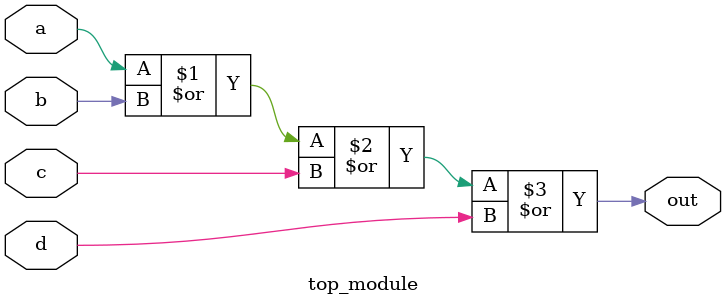
<source format=v>



module top_module(
    input a,
    input b,
    input c,
    input d,
    output out  ); 
    assign out = a | b | c | d;
endmodule
</source>
